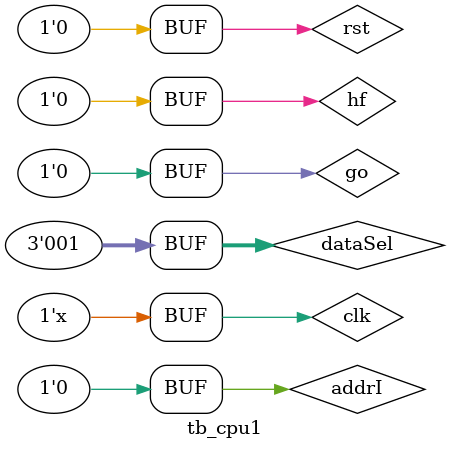
<source format=v>
`timescale 1ns / 1ps


module tb_cpu1();
    reg clk, rst, hf, go, addrI;
    reg [2:0] dataSel;
    wire [7:0] an, seg;
    wire [2:0] led;
    wire haltLed;
    
    initial begin
        clk = 0;
        rst = 0;
        dataSel = 0;
        addrI = 0;
        go = 0;
        hf = 0;
        # 9000 dataSel = 1;
    end
    
    always #1 clk = ~clk;
    
    CPU_in_DDR4 cpu(clk, rst, go, hf, addrI, dataSel, an, seg, led, haltLed);
    
endmodule

</source>
